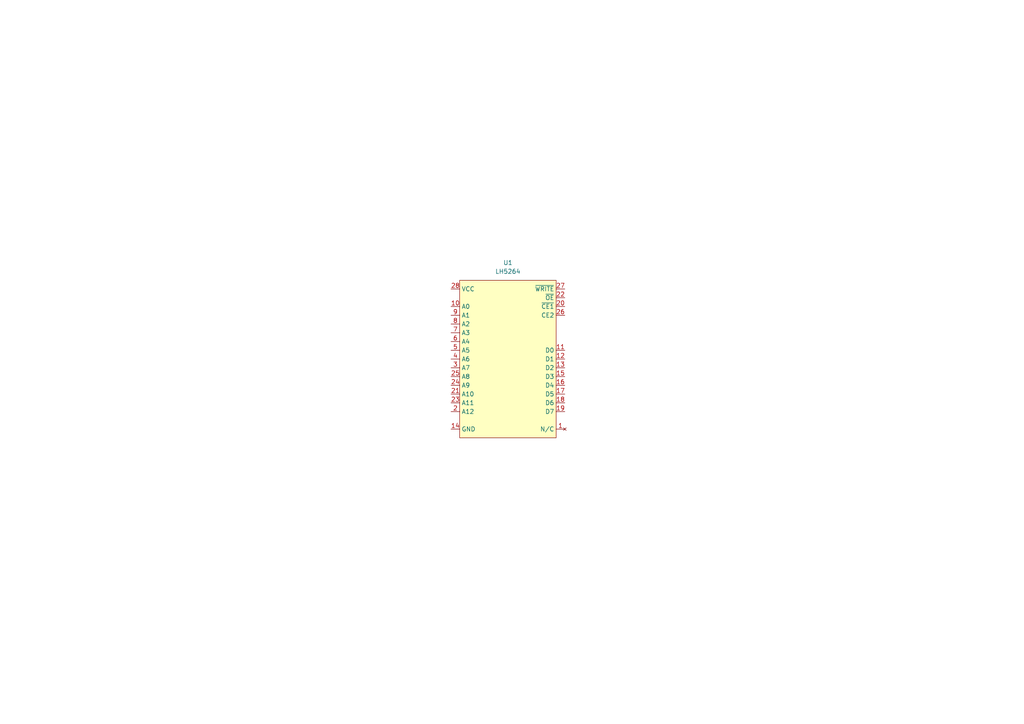
<source format=kicad_sch>
(kicad_sch (version 20250114) (generator "eeschema") (generator_version "9.0")
  (paper "A4")
  (lib_symbols
    (symbol "RetroSix Library:LH5264"
      (property "Reference" "U" (at 1.27 46.99 0))
      (property "Value" "LH5264" (at 4.064 -1.778 0))
      (symbol "LH5264_0_1"
        (rectangle (start 0 45.72) (end 27.94 0) (fill (type color) (color 255 255 194 1)))
      )
      (symbol "LH5264_1_1"
        (pin power_in line (at -2.54 43.18 0) (length 2.54) (name "VCC") (number "28"))
        (pin input line (at -2.54 38.1 0) (length 2.54) (name "A0") (number "10"))
        (pin input line (at -2.54 35.56 0) (length 2.54) (name "A1") (number "9"))
        (pin input line (at -2.54 33.02 0) (length 2.54) (name "A2") (number "8"))
        (pin input line (at -2.54 30.48 0) (length 2.54) (name "A3") (number "7"))
        (pin input line (at -2.54 27.94 0) (length 2.54) (name "A4") (number "6"))
        (pin input line (at -2.54 25.4 0) (length 2.54) (name "A5") (number "5"))
        (pin input line (at -2.54 22.86 0) (length 2.54) (name "A6") (number "4"))
        (pin input line (at -2.54 20.32 0) (length 2.54) (name "A7") (number "3"))
        (pin input line (at -2.54 17.78 0) (length 2.54) (name "A8") (number "25"))
        (pin input line (at -2.54 15.24 0) (length 2.54) (name "A9") (number "24"))
        (pin input line (at -2.54 12.7 0) (length 2.54) (name "A10") (number "21"))
        (pin input line (at -2.54 10.16 0) (length 2.54) (name "A11") (number "23"))
        (pin input line (at -2.54 7.62 0) (length 2.54) (name "A12") (number "2"))
        (pin power_in line (at -2.54 2.54 0) (length 2.54) (name "GND") (number "14"))
        (pin input line (at 30.48 43.18 180) (length 2.54) (name "~{WRITE}") (number "27"))
        (pin input line (at 30.48 40.64 180) (length 2.54) (name "~{OE}") (number "22"))
        (pin input line (at 30.48 38.1 180) (length 2.54) (name "~{CE1}") (number "20"))
        (pin input line (at 30.48 35.56 180) (length 2.54) (name "CE2") (number "26"))
        (pin bidirectional line (at 30.48 25.4 180) (length 2.54) (name "D0") (number "11"))
        (pin bidirectional line (at 30.48 22.86 180) (length 2.54) (name "D1") (number "12"))
        (pin bidirectional line (at 30.48 20.32 180) (length 2.54) (name "D2") (number "13"))
        (pin bidirectional line (at 30.48 17.78 180) (length 2.54) (name "D3") (number "15"))
        (pin bidirectional line (at 30.48 15.24 180) (length 2.54) (name "D4") (number "16"))
        (pin bidirectional line (at 30.48 12.7 180) (length 2.54) (name "D5") (number "17"))
        (pin bidirectional line (at 30.48 10.16 180) (length 2.54) (name "D6") (number "18"))
        (pin bidirectional line (at 30.48 7.62 180) (length 2.54) (name "D7") (number "19"))
        (pin no_connect line (at 30.48 2.54 180) (length 2.54) (name "N/C") (number "1"))
      )
    )
  )
  (symbol (lib_id "RetroSix Library:LH5264") (at 133.35 127 0) (unit 1)
    (property "Reference" "U1" (at 147.32 76.2 0))
    (property "Value" "LH5264" (at 147.32 78.74 0))
    (property "Footprint" "Package_SO:SOP-28_8.4x18.16mm_P1.27mm" (effects (hide yes)))
    (property "Datasheet" "https://www.alliancememory.com/wp-content/uploads/Alliance-Memory_64K_AS6C6264v2.0July2017.pdf" (effects (hide yes)))
    (property "Description" "8K X 8 BIT LOW POWER CMOS SRAM. Alternative Part Number AS6C6264" (effects (hide yes)))
    (property "Manufacturer" "Sharp" (effects (hide yes)))
  )
)
</source>
